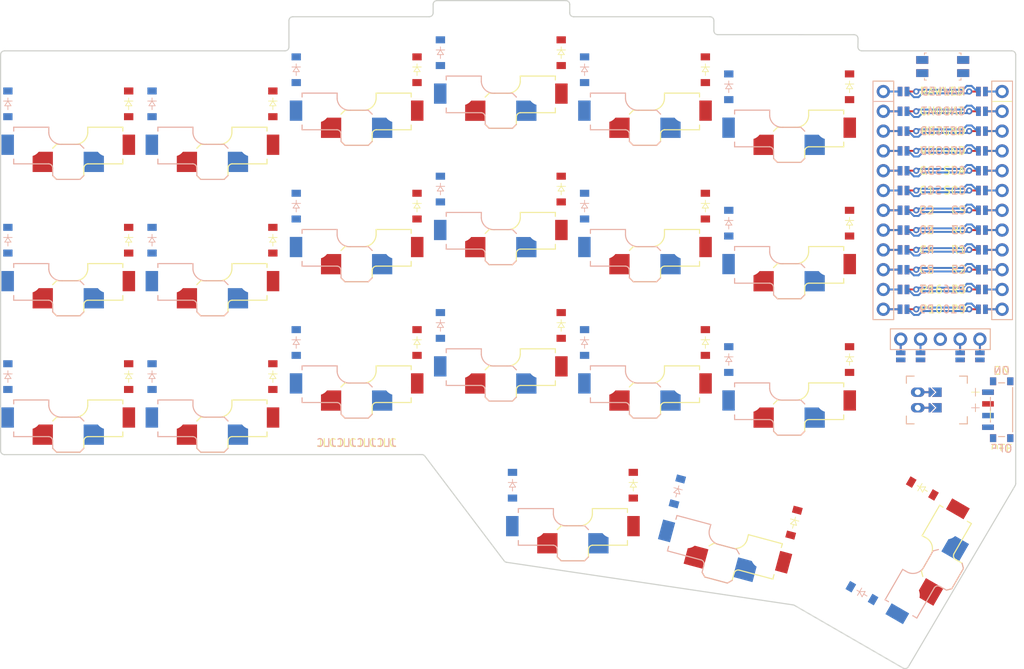
<source format=kicad_pcb>
(kicad_pcb (version 20240108) (generator "ergogen") (generator_version "4.1.0")
  (title_block (title "corney_island_wireless") (date "2025-03-05") (rev "0.2") (company "ceoloide"))
  (layers (0 "F.Cu" signal) (31 "B.Cu" signal) (34 "B.Paste" user) (35 "F.Paste" user) (36 "B.SilkS" user "B.Silkscreen") (37 "F.SilkS" user "F.Silkscreen") (38 "B.Mask" user) (39 "F.Mask" user) (44 "Edge.Cuts" user))
  (net 0 "")
  (net 1 "C0")
  (net 2 "outer_bottom_B")
  (net 3 "GND")
  (net 4 "D1")
  (net 5 "D2")
  (net 6 "outer_home_B")
  (net 7 "outer_top_B")
  (net 8 "C1")
  (net 9 "pinky_bottom_B")
  (net 10 "pinky_home_B")
  (net 11 "pinky_top_B")
  (net 12 "C2")
  (net 13 "ring_bottom_B")
  (net 14 "ring_home_B")
  (net 15 "ring_top_B")
  (net 16 "C3")
  (net 17 "middle_bottom_B")
  (net 18 "middle_home_B")
  (net 19 "middle_top_B")
  (net 20 "C4")
  (net 21 "index_bottom_B")
  (net 22 "index_home_B")
  (net 23 "index_top_B")
  (net 24 "C5")
  (net 25 "inner_bottom_B")
  (net 26 "inner_home_B")
  (net 27 "inner_top_B")
  (net 28 "near_home_B")
  (net 29 "mid_home_B")
  (net 30 "far_home_B")
  (net 31 "R2")
  (net 32 "R1")
  (net 33 "R0")
  (net 34 "R3")
  (net 35 "outer_bottom_F")
  (net 36 "outer_home_F")
  (net 37 "outer_top_F")
  (net 38 "pinky_bottom_F")
  (net 39 "pinky_home_F")
  (net 40 "pinky_top_F")
  (net 41 "ring_bottom_F")
  (net 42 "ring_home_F")
  (net 43 "ring_top_F")
  (net 44 "middle_bottom_F")
  (net 45 "middle_home_F")
  (net 46 "middle_top_F")
  (net 47 "index_bottom_F")
  (net 48 "index_home_F")
  (net 49 "index_top_F")
  (net 50 "inner_bottom_F")
  (net 51 "inner_home_F")
  (net 52 "inner_top_F")
  (net 53 "near_home_F")
  (net 54 "mid_home_F")
  (net 55 "far_home_F")
  (net 56 "RAW")
  (net 57 "RST")
  (net 58 "VCC")
  (net 59 "P16")
  (net 60 "P10")
  (net 61 "LED")
  (net 62 "DAT")
  (net 63 "SDA")
  (net 64 "SCL")
  (net 65 "CS")
  (net 66 "P9")
  (net 67 "P101")
  (net 68 "P102")
  (net 69 "P107")
  (net 70 "MCU1_24")
  (net 71 "MCU1_1")
  (net 72 "MCU1_23")
  (net 73 "MCU1_2")
  (net 74 "MCU1_22")
  (net 75 "MCU1_3")
  (net 76 "MCU1_21")
  (net 77 "MCU1_4")
  (net 78 "MCU1_20")
  (net 79 "MCU1_5")
  (net 80 "MCU1_19")
  (net 81 "MCU1_6")
  (net 82 "MCU1_18")
  (net 83 "MCU1_7")
  (net 84 "MCU1_17")
  (net 85 "MCU1_8")
  (net 86 "MCU1_16")
  (net 87 "MCU1_9")
  (net 88 "MCU1_15")
  (net 89 "MCU1_10")
  (net 90 "MCU1_14")
  (net 91 "MCU1_11")
  (net 92 "MCU1_13")
  (net 93 "MCU1_12")
  (net 94 "DISP1_1")
  (net 95 "DISP1_2")
  (net 96 "DISP1_4")
  (net 97 "DISP1_5")
  (net 98 "BAT_P")
  (net 99 "JST1_1")
  (net 100 "JST1_2")
  (footprint "ceoloide:mounting_hole_npth" (layer "F.Cu") (at 204.927 100.4385 0)
    (property "Reference" "MH1" hide)
  )
  (footprint "ceoloide:mounting_hole_npth" (layer "F.Cu") (at 218.969 108.8825 0)
    (property "Reference" "MH2" hide)
  )
  (footprint "ceoloide:mounting_hole_npth" (layer "F.Cu") (at 109.25 73.75 0)
    (property "Reference" "MH3" hide)
  )
  (footprint "ceoloide:mounting_hole_npth" (layer "F.Cu") (at 109.25 91.25 0)
    (property "Reference" "MH4" hide)
  )
  (footprint "ceoloide:mounting_hole_npth" (layer "F.Cu") (at 183.218 70.4235 0)
    (property "Reference" "MH5" hide)
  )
  (footprint "ceoloide:mounting_hole_npth" (layer "F.Cu") (at 151.157 107.365 0)
    (property "Reference" "MH6" hide)
  )
  (footprint "ceoloide:mounting_hole_npth" (layer "F.Cu") (at 197.1576078 114.6317481 60)
    (property "Reference" "MH7" hide)
  )
  (footprint "ceoloide:switch_choc_v1_v2" (layer "B.Cu") (at 100 100 180)
    (property "Reference" "S1" hide)
  )
  (footprint "ceoloide:switch_choc_v1_v2" (layer "B.Cu") (at 100 82.5 180)
    (property "Reference" "S2" hide)
  )
  (footprint "ceoloide:switch_choc_v1_v2" (layer "B.Cu") (at 100 65 180)
    (property "Reference" "S3" hide)
  )
  (footprint "ceoloide:switch_choc_v1_v2" (layer "B.Cu") (at 118.5 100 180)
    (property "Reference" "S4" hide)
  )
  (footprint "ceoloide:switch_choc_v1_v2" (layer "B.Cu") (at 118.5 82.5 180)
    (property "Reference" "S5" hide)
  )
  (footprint "ceoloide:switch_choc_v1_v2" (layer "B.Cu") (at 118.5 65 180)
    (property "Reference" "S6" hide)
  )
  (footprint "ceoloide:switch_choc_v1_v2" (layer "B.Cu") (at 137 95.625 180)
    (property "Reference" "S7" hide)
  )
  (footprint "ceoloide:switch_choc_v1_v2" (layer "B.Cu") (at 137 78.125 180)
    (property "Reference" "S8" hide)
  )
  (footprint "ceoloide:switch_choc_v1_v2" (layer "B.Cu") (at 137 60.625 180)
    (property "Reference" "S9" hide)
  )
  (footprint "ceoloide:switch_choc_v1_v2" (layer "B.Cu") (at 155.5 93.4375 180)
    (property "Reference" "S10" hide)
  )
  (footprint "ceoloide:switch_choc_v1_v2" (layer "B.Cu") (at 155.5 75.9375 180)
    (property "Reference" "S11" hide)
  )
  (footprint "ceoloide:switch_choc_v1_v2" (layer "B.Cu") (at 155.5 58.4375 180)
    (property "Reference" "S12" hide)
  )
  (footprint "ceoloide:switch_choc_v1_v2" (layer "B.Cu") (at 174 95.625 180)
    (property "Reference" "S13" hide)
  )
  (footprint "ceoloide:switch_choc_v1_v2" (layer "B.Cu") (at 174 78.125 180)
    (property "Reference" "S14" hide)
  )
  (footprint "ceoloide:switch_choc_v1_v2" (layer "B.Cu") (at 174 60.625 180)
    (property "Reference" "S15" hide)
  )
  (footprint "ceoloide:switch_choc_v1_v2" (layer "B.Cu") (at 192.5 97.8125 180)
    (property "Reference" "S16" hide)
  )
  (footprint "ceoloide:switch_choc_v1_v2" (layer "B.Cu") (at 192.5 80.3125 180)
    (property "Reference" "S17" hide)
  )
  (footprint "ceoloide:switch_choc_v1_v2" (layer "B.Cu") (at 192.5 62.8125 180)
    (property "Reference" "S18" hide)
  )
  (footprint "ceoloide:switch_choc_v1_v2" (layer "B.Cu") (at 164.75 113.9375 180)
    (property "Reference" "S19" hide)
  )
  (footprint "ceoloide:switch_choc_v1_v2" (layer "B.Cu") (at 185.25 116.6875 165)
    (property "Reference" "S20" hide)
  )
  (footprint "ceoloide:switch_choc_v1_v2" (layer "B.Cu") (at 207.0138429 120.3222481 240)
    (property "Reference" "S21" hide)
  )
  (footprint "ceoloide:diode_tht_sod123" (layer "B.Cu") (at 92.25 98.5 -90)
    (property "Reference" "D1" hide)
  )
  (footprint "ceoloide:diode_tht_sod123" (layer "B.Cu") (at 92.25 81 -90)
    (property "Reference" "D2" hide)
  )
  (footprint "ceoloide:diode_tht_sod123" (layer "B.Cu") (at 92.25 63.5 -90)
    (property "Reference" "D3" hide)
  )
  (footprint "ceoloide:diode_tht_sod123" (layer "B.Cu") (at 110.75 98.5 -90)
    (property "Reference" "D4" hide)
  )
  (footprint "ceoloide:diode_tht_sod123" (layer "B.Cu") (at 110.75 81 -90)
    (property "Reference" "D5" hide)
  )
  (footprint "ceoloide:diode_tht_sod123" (layer "B.Cu") (at 110.75 63.5 -90)
    (property "Reference" "D6" hide)
  )
  (footprint "ceoloide:diode_tht_sod123" (layer "B.Cu") (at 129.25 94.125 -90)
    (property "Reference" "D7" hide)
  )
  (footprint "ceoloide:diode_tht_sod123" (layer "B.Cu") (at 129.25 76.625 -90)
    (property "Reference" "D8" hide)
  )
  (footprint "ceoloide:diode_tht_sod123" (layer "B.Cu") (at 129.25 59.125 -90)
    (property "Reference" "D9" hide)
  )
  (footprint "ceoloide:diode_tht_sod123" (layer "B.Cu") (at 147.75 91.9375 -90)
    (property "Reference" "D10" hide)
  )
  (footprint "ceoloide:diode_tht_sod123" (layer "B.Cu") (at 147.75 74.4375 -90)
    (property "Reference" "D11" hide)
  )
  (footprint "ceoloide:diode_tht_sod123" (layer "B.Cu") (at 147.75 56.9375 -90)
    (property "Reference" "D12" hide)
  )
  (footprint "ceoloide:diode_tht_sod123" (layer "B.Cu") (at 166.25 94.125 -90)
    (property "Reference" "D13" hide)
  )
  (footprint "ceoloide:diode_tht_sod123" (layer "B.Cu") (at 166.25 76.625 -90)
    (property "Reference" "D14" hide)
  )
  (footprint "ceoloide:diode_tht_sod123" (layer "B.Cu") (at 166.25 59.125 -90)
    (property "Reference" "D15" hide)
  )
  (footprint "ceoloide:diode_tht_sod123" (layer "B.Cu") (at 184.75 96.3125 -90)
    (property "Reference" "D16" hide)
  )
  (footprint "ceoloide:diode_tht_sod123" (layer "B.Cu") (at 184.75 78.8125 -90)
    (property "Reference" "D17" hide)
  )
  (footprint "ceoloide:diode_tht_sod123" (layer "B.Cu") (at 184.75 61.3125 -90)
    (property "Reference" "D18" hide)
  )
  (footprint "ceoloide:diode_tht_sod123" (layer "B.Cu") (at 157 112.4375 -90)
    (property "Reference" "D19" hide)
  )
  (footprint "ceoloide:diode_tht_sod123" (layer "B.Cu") (at 178.1523034 113.2327637 -105)
    (property "Reference" "D20" hide)
  )
  (footprint "ceoloide:diode_tht_sod123" (layer "B.Cu") (at 201.8398048 126.28394499999999 -30)
    (property "Reference" "D21" hide)
  )
  (footprint "ceoloide:switch_choc_v1_v2" (layer "F.Cu") (at 100 100 180)
    (property "Reference" "S22" hide)
  )
  (footprint "ceoloide:switch_choc_v1_v2" (layer "F.Cu") (at 100 82.5 180)
    (property "Reference" "S23" hide)
  )
  (footprint "ceoloide:switch_choc_v1_v2" (layer "F.Cu") (at 100 65 180)
    (property "Reference" "S24" hide)
  )
  (footprint "ceoloide:switch_choc_v1_v2" (layer "F.Cu") (at 118.5 100 180)
    (property "Reference" "S25" hide)
  )
  (footprint "ceoloide:switch_choc_v1_v2" (layer "F.Cu") (at 118.5 82.5 180)
    (property "Reference" "S26" hide)
  )
  (footprint "ceoloide:switch_choc_v1_v2" (layer "F.Cu") (at 118.5 65 180)
    (property "Reference" "S27" hide)
  )
  (footprint "ceoloide:switch_choc_v1_v2" (layer "F.Cu") (at 137 95.625 180)
    (property "Reference" "S28" hide)
  )
  (footprint "ceoloide:switch_choc_v1_v2" (layer "F.Cu") (at 137 78.125 180)
    (property "Reference" "S29" hide)
  )
  (footprint "ceoloide:switch_choc_v1_v2" (layer "F.Cu") (at 137 60.625 180)
    (property "Reference" "S30" hide)
  )
  (footprint "ceoloide:switch_choc_v1_v2" (layer "F.Cu") (at 155.5 93.4375 180)
    (property "Reference" "S31" hide)
  )
  (footprint "ceoloide:switch_choc_v1_v2" (layer "F.Cu") (at 155.5 75.9375 180)
    (property "Reference" "S32" hide)
  )
  (footprint "ceoloide:switch_choc_v1_v2" (layer "F.Cu") (at 155.5 58.4375 180)
    (property "Reference" "S33" hide)
  )
  (footprint "ceoloide:switch_choc_v1_v2" (layer "F.Cu") (at 174 95.625 180)
    (property "Reference" "S34" hide)
  )
  (footprint "ceoloide:switch_choc_v1_v2" (layer "F.Cu") (at 174 78.125 180)
    (property "Reference" "S35" hide)
  )
  (footprint "ceoloide:switch_choc_v1_v2" (layer "F.Cu") (at 174 60.625 180)
    (property "Reference" "S36" hide)
  )
  (footprint "ceoloide:switch_choc_v1_v2" (layer "F.Cu") (at 192.5 97.8125 180)
    (property "Reference" "S37" hide)
  )
  (footprint "ceoloide:switch_choc_v1_v2" (layer "F.Cu") (at 192.5 80.3125 180)
    (property "Reference" "S38" hide)
  )
  (footprint "ceoloide:switch_choc_v1_v2" (layer "F.Cu") (at 192.5 62.8125 180)
    (property "Reference" "S39" hide)
  )
  (footprint "ceoloide:switch_choc_v1_v2" (layer "F.Cu") (at 164.75 113.9375 180)
    (property "Reference" "S40" hide)
  )
  (footprint "ceoloide:switch_choc_v1_v2" (layer "F.Cu") (at 185.25 116.6875 165)
    (property "Reference" "S41" hide)
  )
  (footprint "ceoloide:switch_choc_v1_v2" (layer "F.Cu") (at 207.0138429 120.3222481 240)
    (property "Reference" "S42" hide)
  )
  (footprint "ceoloide:diode_tht_sod123" (layer "F.Cu") (at 107.75 98.5 -90)
    (property "Reference" "D22" hide)
  )
  (footprint "ceoloide:diode_tht_sod123" (layer "F.Cu") (at 107.75 81 -90)
    (property "Reference" "D23" hide)
  )
  (footprint "ceoloide:diode_tht_sod123" (layer "F.Cu") (at 107.75 63.5 -90)
    (property "Reference" "D24" hide)
  )
  (footprint "ceoloide:diode_tht_sod123" (layer "F.Cu") (at 126.25 98.5 -90)
    (property "Reference" "D25" hide)
  )
  (footprint "ceoloide:diode_tht_sod123" (layer "F.Cu") (at 126.25 81 -90)
    (property "Reference" "D26" hide)
  )
  (footprint "ceoloide:diode_tht_sod123" (layer "F.Cu") (at 126.25 63.5 -90)
    (property "Reference" "D27" hide)
  )
  (footprint "ceoloide:diode_tht_sod123" (layer "F.Cu") (at 144.75 94.125 -90)
    (property "Reference" "D28" hide)
  )
  (footprint "ceoloide:diode_tht_sod123" (layer "F.Cu") (at 144.75 76.625 -90)
    (property "Reference" "D29" hide)
  )
  (footprint "ceoloide:diode_tht_sod123" (layer "F.Cu") (at 144.75 59.125 -90)
    (property "Reference" "D30" hide)
  )
  (footprint "ceoloide:diode_tht_sod123" (layer "F.Cu") (at 163.25 91.9375 -90)
    (property "Reference" "D31" hide)
  )
  (footprint "ceoloide:diode_tht_sod123" (layer "F.Cu") (at 163.25 74.4375 -90)
    (property "Reference" "D32" hide)
  )
  (footprint "ceoloide:diode_tht_sod123" (layer "F.Cu") (at 163.25 56.9375 -90)
    (property "Reference" "D33" hide)
  )
  (footprint "ceoloide:diode_tht_sod123" (layer "F.Cu") (at 181.75 94.125 -90)
    (property "Reference" "D34" hide)
  )
  (footprint "ceoloide:diode_tht_sod123" (layer "F.Cu") (at 181.75 76.625 -90)
    (property "Reference" "D35" hide)
  )
  (footprint "ceoloide:diode_tht_sod123" (layer "F.Cu") (at 181.75 59.125 -90)
    (property "Reference" "D36" hide)
  )
  (footprint "ceoloide:diode_tht_sod123" (layer "F.Cu") (at 200.25 96.3125 -90)
    (property "Reference" "D37" hide)
  )
  (footprint "ceoloide:diode_tht_sod123" (layer "F.Cu") (at 200.25 78.8125 -90)
    (property "Reference" "D38" hide)
  )
  (footprint "ceoloide:diode_tht_sod123" (layer "F.Cu") (at 200.25 61.3125 -90)
    (property "Reference" "D39" hide)
  )
  (footprint "ceoloide:diode_tht_sod123" (layer "F.Cu") (at 172.5 112.4375 -90)
    (property "Reference" "D40" hide)
  )
  (footprint "ceoloide:diode_tht_sod123" (layer "F.Cu") (at 193.1241537 117.2444589 -105)
    (property "Reference" "D41" hide)
  )
  (footprint "ceoloide:diode_tht_sod123" (layer "F.Cu") (at 209.5898048 112.8605512 -30)
    (property "Reference" "D42" hide)
  )
  (footprint "ceoloide:mcu_nice_nano" (layer "F.Cu") (at 212.204 74.62 0)
    (property "Reference" "MCU1" hide)
  )
  (segment (start 216.78400000000002 61.92) (end 215.604 61.92) (width 0.25) (layer "F.Cu"))
  (segment (start 207.624 61.92) (end 208.804 61.92) (width 0.25) (layer "F.Cu"))
  (segment (start 204.584 61.92) (end 206.704 61.92) (width 0.25) (layer "F.Cu"))
  (segment (start 204.584 61.92) (end 206.704 61.92) (width 0.25) (layer "B.Cu"))
  (segment (start 217.704 61.92) (end 219.824 61.92) (width 0.25) (layer "F.Cu"))
  (segment (start 219.824 61.92) (end 217.704 61.92) (width 0.25) (layer "B.Cu"))
  (segment (start 209.59930500000002 62.150000000000006) (end 215.374 62.150000000000006) (width 0.25) (layer "B.Cu"))
  (segment (start 207.429 61.92) (end 207.778695 61.92) (width 0.25) (layer "B.Cu"))
  (segment (start 208.503695 62.645) (end 209.104305 62.645) (width 0.25) (layer "B.Cu"))
  (segment (start 207.778695 61.92) (end 208.503695 62.645) (width 0.25) (layer "B.Cu"))
  (segment (start 209.104305 62.645) (end 209.59930500000002 62.150000000000006) (width 0.25) (layer "B.Cu"))
  (segment (start 216.979 61.92) (end 216.62930500000002 61.92) (width 0.25) (layer "B.Cu"))
  (segment (start 214.798695 61.7) (end 209.024 61.7) (width 0.25) (layer "B.Cu"))
  (segment (start 216.62930500000002 61.92) (end 215.90430500000002 61.19500000000001) (width 0.25) (layer "B.Cu"))
  (segment (start 215.90430500000002 61.19500000000001) (end 215.303695 61.19500000000001) (width 0.25) (layer "B.Cu"))
  (segment (start 215.303695 61.19500000000001) (end 214.798695 61.7) (width 0.25) (layer "B.Cu"))
  (segment (start 216.78400000000002 64.46000000000001) (end 215.604 64.46000000000001) (width 0.25) (layer "F.Cu"))
  (segment (start 207.624 64.46000000000001) (end 208.804 64.46000000000001) (width 0.25) (layer "F.Cu"))
  (segment (start 204.584 64.46000000000001) (end 206.704 64.46000000000001) (width 0.25) (layer "F.Cu"))
  (segment (start 204.584 64.46000000000001) (end 206.704 64.46000000000001) (width 0.25) (layer "B.Cu"))
  (segment (start 217.704 64.46000000000001) (end 219.824 64.46000000000001) (width 0.25) (layer "F.Cu"))
  (segment (start 219.824 64.46000000000001) (end 217.704 64.46000000000001) (width 0.25) (layer "B.Cu"))
  (segment (start 209.59930500000002 64.69) (end 215.374 64.69) (width 0.25) (layer "B.Cu"))
  (segment (start 207.429 64.46000000000001) (end 207.778695 64.46000000000001) (width 0.25) (layer "B.Cu"))
  (segment (start 208.503695 65.185) (end 209.104305 65.185) (width 0.25) (layer "B.Cu"))
  (segment (start 207.778695 64.46000000000001) (end 208.503695 65.185) (width 0.25) (layer "B.Cu"))
  (segment (start 209.104305 65.185) (end 209.59930500000002 64.69) (width 0.25) (layer "B.Cu"))
  (segment (start 216.979 64.46000000000001) (end 216.62930500000002 64.46000000000001) (width 0.25) (layer "B.Cu"))
  (segment (start 214.798695 64.24000000000001) (end 209.024 64.24000000000001) (width 0.25) (layer "B.Cu"))
  (segment (start 216.62930500000002 64.46000000000001) (end 215.90430500000002 63.73500000000001) (width 0.25) (layer "B.Cu"))
  (segment (start 215.90430500000002 63.73500000000001) (end 215.303695 63.73500000000001) (width 0.25) (layer "B.Cu"))
  (segment (start 215.303695 63.73500000000001) (end 214.798695 64.24000000000001) (width 0.25) (layer "B.Cu"))
  (segment (start 216.78400000000002 67) (end 215.604 67) (width 0.25) (layer "F.Cu"))
  (segment (start 207.624 67) (end 208.804 67) (width 0.25) (layer "F.Cu"))
  (segment (start 204.584 67) (end 206.704 67) (width 0.25) (layer "F.Cu"))
  (segment (start 204.584 67) (end 206.704 67) (width 0.25) (layer "B.Cu"))
  (segment (start 217.704 67) (end 219.824 67) (width 0.25) (layer "F.Cu"))
  (segment (start 219.824 67) (end 217.704 67) (width 0.25) (layer "B.Cu"))
  (segment (start 209.59930500000002 67.23) (end 215.374 67.23) (width 0.25) (layer "B.Cu"))
  (segment (start 207.429 67) (end 207.778695 67) (width 0.25) (layer "B.Cu"))
  (segment (start 208.503695 67.72500000000001) (end 209.104305 67.72500000000001) (width 0.25) (layer "B.Cu"))
  (segment (start 207.778695 67) (end 208.503695 67.72500000000001) (width 0.25) (layer "B.Cu"))
  (segment (start 209.104305 67.72500000000001) (end 209.59930500000002 67.23) (width 0.25) (layer "B.Cu"))
  (segment (start 216.979 67) (end 216.62930500000002 67) (width 0.25) (layer "B.Cu"))
  (segment (start 214.798695 66.78) (end 209.024 66.78) (width 0.25) (layer "B.Cu"))
  (segment (start 216.62930500000002 67) (end 215.90430500000002 66.275) (width 0.25) (layer "B.Cu"))
  (segment (start 215.90430500000002 66.275) (end 215.303695 66.275) (width 0.25) (layer "B.Cu"))
  (segment (start 215.303695 66.275) (end 214.798695 66.78) (width 0.25) (layer "B.Cu"))
  (segment (start 216.78400000000002 69.54) (end 215.604 69.54) (width 0.25) (layer "F.Cu"))
  (segment (start 207.624 69.54) (end 208.804 69.54) (width 0.25) (layer "F.Cu"))
  (segment (start 204.584 69.54) (end 206.704 69.54) (width 0.25) (layer "F.Cu"))
  (segment (start 204.584 69.54) (end 206.704 69.54) (width 0.25) (layer "B.Cu"))
  (segment (start 217.704 69.54) (end 219.824 69.54) (width 0.25) (layer "F.Cu"))
  (segment (start 219.824 69.54) (end 217.704 69.54) (width 0.25) (layer "B.Cu"))
  (segment (start 209.59930500000002 69.77000000000001) (end 215.374 69.77000000000001) (width 0.25) (layer "B.Cu"))
  (segment (start 207.429 69.54) (end 207.778695 69.54) (width 0.25) (layer "B.Cu"))
  (segment (start 208.503695 70.265) (end 209.104305 70.265) (width 0.25) (layer "B.Cu"))
  (segment (start 207.778695 69.54) (end 208.503695 70.265) (width 0.25) (layer "B.Cu"))
  (segment (start 209.104305 70.265) (end 209.59930500000002 69.77000000000001) (width 0.25) (layer "B.Cu"))
  (segment (start 216.979 69.54) (end 216.62930500000002 69.54) (width 0.25) (layer "B.Cu"))
  (segment (start 214.798695 69.32000000000001) (end 209.024 69.32000000000001) (width 0.25) (layer "B.Cu"))
  (segment (start 216.62930500000002 69.54) (end 215.90430500000002 68.815) (width 0.25) (layer "B.Cu"))
  (segment (start 215.90430500000002 68.815) (end 215.303695 68.815) (width 0.25) (layer "B.Cu"))
  (segment (start 215.303695 68.815) (end 214.798695 69.32000000000001) (width 0.25) (layer "B.Cu"))
  (segment (start 216.78400000000002 72.08) (end 215.604 72.08) (width 0.25) (layer "F.Cu"))
  (segment (start 207.624 72.08) (end 208.804 72.08) (width 0.25) (layer "F.Cu"))
  (segment (start 204.584 72.08) (end 206.704 72.08) (width 0.25) (layer "F.Cu"))
  (segment (start 204.584 72.08) (end 206.704 72.08) (width 0.25) (layer "B.Cu"))
  (segment (start 217.704 72.08) (end 219.824 72.08) (width 0.25) (layer "F.Cu"))
  (segment (start 219.824 72.08) (end 217.704 72.08) (width 0.25) (layer "B.Cu"))
  (segment (start 209.59930500000002 72.31) (end 215.374 72.31) (width 0.25) (layer "B.Cu"))
  (segment (start 207.429 72.08) (end 207.778695 72.08) (width 0.25) (layer "B.Cu"))
  (segment (start 208.503695 72.805) (end 209.104305 72.805) (width 0.25) (layer "B.Cu"))
  (segment (start 207.778695 72.08) (end 208.503695 72.805) (width 0.25) (layer "B.Cu"))
  (segment (start 209.104305 72.805) (end 209.59930500000002 72.31) (width 0.25) (layer "B.Cu"))
  (segment (start 216.979 72.08) (end 216.62930500000002 72.08) (width 0.25) (layer "B.Cu"))
  (segment (start 214.798695 71.86) (end 209.024 71.86) (width 0.25) (layer "B.Cu"))
  (segment (start 216.62930500000002 72.08) (end 215.90430500000002 71.355) (width 0.25) (layer "B.Cu"))
  (segment (start 215.90430500000002 71.355) (end 215.303695 71.355) (width 0.25) (layer "B.Cu"))
  (segment (start 215.303695 71.355) (end 214.798695 71.86) (width 0.25) (layer "B.Cu"))
  (segment (start 216.78400000000002 74.62) (end 215.604 74.62) (width 0.25) (layer "F.Cu"))
  (segment (start 207.624 74.62) (end 208.804 74.62) (width 0.25) (layer "F.Cu"))
  (segment (start 204.584 74.62) (end 206.704 74.62) (width 0.25) (layer "F.Cu"))
  (segment (start 204.584 74.62) (end 206.704 74.62) (width 0.25) (layer "B.Cu"))
  (segment (start 217.704 74.62) (end 219.824 74.62) (width 0.25) (layer "F.Cu"))
  (segment (start 219.824 74.62) (end 217.704 74.62) (width 0.25) (layer "B.Cu"))
  (segment (start 209.59930500000002 74.85000000000001) (end 215.374 74.85000000000001) (width 0.25) (layer "B.Cu"))
  (segment (start 207.429 74.62) (end 207.778695 74.62) (width 0.25) (layer "B.Cu"))
  (segment (start 208.503695 75.345) (end 209.104305 75.345) (width 0.25) (layer "B.Cu"))
  (segment (start 207.778695 74.62) (end 208.503695 75.345) (width 0.25) (layer "B.Cu"))
  (segment (start 209.104305 75.345) (end 209.59930500000002 74.85000000000001) (width 0.25) (layer "B.Cu"))
  (segment (start 216.979 74.62) (end 216.62930500000002 74.62) (width 0.25) (layer "B.Cu"))
  (segment (start 214.798695 74.4) (end 209.024 74.4) (width 0.25) (layer "B.Cu"))
  (segment (start 216.62930500000002 74.62) (end 215.90430500000002 73.89500000000001) (width 0.25) (layer "B.Cu"))
  (segment (start 215.90430500000002 73.89500000000001) (end 215.303695 73.89500000000001) (width 0.25) (layer "B.Cu"))
  (segment (start 215.303695 73.89500000000001) (end 214.798695 74.4) (width 0.25) (layer "B.Cu"))
  (segment (start 216.78400000000002 77.16000000000001) (end 215.604 77.16000000000001) (width 0.25) (layer "F.Cu"))
  (segment (start 207.624 77.16000000000001) (end 208.804 77.16000000000001) (width 0.25) (layer "F.Cu"))
  (segment (start 204.584 77.16000000000001) (end 206.704 77.16000000000001) (width 0.25) (layer "F.Cu"))
  (segment (start 204.584 77.16000000000001) (end 206.704 77.16000000000001) (width 0.25) (layer "B.Cu"))
  (segment (start 217.704 77.16000000000001) (end 219.824 77.16000000000001) (width 0.25) (layer "F.Cu"))
  (segment (start 219.824 77.16000000000001) (end 217.704 77.16000000000001) (width 0.25) (layer "B.Cu"))
  (segment (start 209.59930500000002 77.39) (end 215.374 77.39) (width 0.25) (layer "B.Cu"))
  (segment (start 207.429 77.16000000000001) (end 207.778695 77.16000000000001) (width 0.25) (layer "B.Cu"))
  (segment (start 208.503695 77.885) (end 209.104305 77.885) (width 0.25) (layer "B.Cu"))
  (segment (start 207.778695 77.16000000000001) (end 208.503695 77.885) (width 0.25) (layer "B.Cu"))
  (segment (start 209.104305 77.885) (end 209.59930500000002 77.39) (width 0.25) (layer "B.Cu"))
  (segment (start 216.979 77.16000000000001) (end 216.62930500000002 77.16000000000001) (width 0.25) (layer "B.Cu"))
  (segment (start 214.798695 76.94) (end 209.024 76.94) (width 0.25) (layer "B.Cu"))
  (segment (start 216.62930500000002 77.16000000000001) (end 215.90430500000002 76.435) (width 0.25) (layer "B.Cu"))
  (segment (start 215.90430500000002 76.435) (end 215.303695 76.435) (width 0.25) (layer "B.Cu"))
  (segment (start 215.303695 76.435) (end 214.798695 76.94) (width 0.25) (layer "B.Cu"))
  (segment (start 216.78400000000002 79.7) (end 215.604 79.7) (width 0.25) (layer "F.Cu"))
  (segment (start 207.624 79.7) (end 208.804 79.7) (width 0.25) (layer "F.Cu"))
  (segment (start 204.584 79.7) (end 206.704 79.7) (width 0.25) (layer "F.Cu"))
  (segment (start 204.584 79.7) (end 206.704 79.7) (width 0.25) (layer "B.Cu"))
  (segment (start 217.704 79.7) (end 219.824 79.7) (width 0.25) (layer "F.Cu"))
  (segment (start 219.824 79.7) (end 217.704 79.7) (width 0.25) (layer "B.Cu"))
  (segment (start 209.59930500000002 79.93) (end 215.374 79.93) (width 0.25) (layer "B.Cu"))
  (segment (start 207.429 79.7) (end 207.778695 79.7) (width 0.25) (layer "B.Cu"))
  (segment (start 208.503695 80.42500000000001) (end 209.104305 80.42500000000001) (width 0.25) (layer "B.Cu"))
  (segment (start 207.778695 79.7) (end 208.503695 80.42500000000001) (width 0.25) (layer "B.Cu"))
  (segment (start 209.104305 80.42500000000001) (end 209.59930500000002 79.93) (width 0.25) (layer "B.Cu"))
  (segment (start 216.979 79.7) (end 216.62930500000002 79.7) (width 0.25) (layer "B.Cu"))
  (segment (start 214.798695 79.48) (end 209.024 79.48) (width 0.25) (layer "B.Cu"))
  (segment (start 216.62930500000002 79.7) (end 215.90430500000002 78.97500000000001) (width 0.25) (layer "B.Cu"))
  (segment (start 215.90430500000002 78.97500000000001) (end 215.303695 78.97500000000001) (width 0.25) (layer "B.Cu"))
  (segment (start 215.303695 78.97500000000001) (end 214.798695 79.48) (width 0.25) (layer "B.Cu"))
  (segment (start 216.78400000000002 82.24000000000001) (end 215.604 82.24000000000001) (width 0.25) (layer "F.Cu"))
  (segment (start 207.624 82.24000000000001) (end 208.804 82.24000000000001) (width 0.25) (layer "F.Cu"))
  (segment (start 204.584 82.24000000000001) (end 206.704 82.24000000000001) (width 0.25) (layer "F.Cu"))
  (segment (start 204.584 82.24000000000001) (end 206.704 82.24000000000001) (width 0.25) (layer "B.Cu"))
  (segment (start 217.704 82.24000000000001) (end 219.824 82.24000000000001) (width 0.25) (layer "F.Cu"))
  (segment (start 219.824 82.24000000000001) (end 217.704 82.24000000000001) (width 0.25) (layer "B.Cu"))
  (segment (start 209.59930500000002 82.47) (end 215.374 82.47) (width 0.25) (layer "B.Cu"))
  (segment (start 207.429 82.24000000000001) (end 207.778695 82.24000000000001) (width 0.25) (layer "B.Cu"))
  (segment (start 208.503695 82.965) (end 209.104305 82.965) (width 0.25) (layer "B.Cu"))
  (segment (start 207.778695 82.24000000000001) (end 208.503695 82.965) (width 0.25) (layer "B.Cu"))
  (segment (start 209.104305 82.965) (end 209.59930500000002 82.47) (width 0.25) (layer "B.Cu"))
  (segment (start 216.979 82.24000000000001) (end 216.62930500000002 82.24000000000001) (width 0.25) (layer "B.Cu"))
  (segment (start 214.798695 82.02000000000001) (end 209.024 82.02000000000001) (width 0.25) (layer "B.Cu"))
  (segment (start 216.62930500000002 82.24000000000001) (end 215.90430500000002 81.515) (width 0.25) (layer "B.Cu"))
  (segment (start 215.90430500000002 81.515) (end 215.303695 81.515) (width 0.25) (layer "B.Cu"))
  (segment (start 215.303695 81.515) (end 214.798695 82.02000000000001) (width 0.25) (layer "B.Cu"))
  (segment (start 216.78400000000002 84.78) (end 215.604 84.78) (width 0.25) (layer "F.Cu"))
  (segment (start 207.624 84.78) (end 208.804 84.78) (width 0.25) (layer "F.Cu"))
  (segment (start 204.584 84.78) (end 206.704 84.78) (width 0.25) (layer "F.Cu"))
  (segment (start 204.584 84.78) (end 206.704 84.78) (width 0.25) (layer "B.Cu"))
  (segment (start 217.704 84.78) (end 219.824 84.78) (width 0.25) (layer "F.Cu"))
  (segment (start 219.824 84.78) (end 217.704 84.78) (width 0.25) (layer "B.Cu"))
  (segment (start 209.59930500000002 85.01) (end 215.374 85.01) (width 0.25) (layer "B.Cu"))
  (segment (start 207.429 84.78) (end 207.778695 84.78) (width 0.25) (layer "B.Cu"))
  (segment (start 208.503695 85.50500000000001) (end 209.104305 85.50500000000001) (width 0.25) (layer "B.Cu"))
  (segment (start 207.778695 84.78) (end 208.503695 85.50500000000001) (width 0.25) (layer "B.Cu"))
  (segment (start 209.104305 85.50500000000001) (end 209.59930500000002 85.01) (width 0.25) (layer "B.Cu"))
  (segment (start 216.979 84.78) (end 216.62930500000002 84.78) (width 0.25) (layer "B.Cu"))
  (segment (start 214.798695 84.56) (end 209.024 84.56) (width 0.25) (layer "B.Cu"))
  (segment (start 216.62930500000002 84.78) (end 215.90430500000002 84.055) (width 0.25) (layer "B.Cu"))
  (segment (start 215.90430500000002 84.055) (end 215.303695 84.055) (width 0.25) (layer "B.Cu"))
  (segment (start 215.303695 84.055) (end 214.798695 84.56) (width 0.25) (layer "B.Cu"))
  (segment (start 216.78400000000002 87.32000000000001) (end 215.604 87.32000000000001) (width 0.25) (layer "F.Cu"))
  (segment (start 207.624 87.32000000000001) (end 208.804 87.32000000000001) (width 0.25) (layer "F.Cu"))
  (segment (start 204.584 87.32000000000001) (end 206.704 87.32000000000001) (width 0.25) (layer "F.Cu"))
  (segment (start 204.584 87.32000000000001) (end 206.704 87.32000000000001) (width 0.25) (layer "B.Cu"))
  (segment (start 217.704 87.32000000000001) (end 219.824 87.32000000000001) (width 0.25) (layer "F.Cu"))
  (segment (start 219.824 87.32000000000001) (end 217.704 87.32000000000001) (width 0.25) (layer "B.Cu"))
  (segment (start 209.59930500000002 87.55000000000001) (end 215.374 87.55000000000001) (width 0.25) (layer "B.Cu"))
  (segment (start 207.429 87.32000000000001) (end 207.778695 87.32000000000001) (width 0.25) (layer "B.Cu"))
  (segment (start 208.503695 88.045) (end 209.104305 88.045) (width 0.25) (layer "B.Cu"))
  (segment (start 207.778695 87.32000000000001) (end 208.503695 88.045) (width 0.25) (layer "B.Cu"))
  (segment (start 209.104305 88.045) (end 209.59930500000002 87.55000000000001) (width 0.25) (layer "B.Cu"))
  (segment (start 216.979 87.32000000000001) (end 216.62930500000002 87.32000000000001) (width 0.25) (layer "B.Cu"))
  (segment (start 214.798695 87.10000000000001) (end 209.024 87.10000000000001) (width 0.25) (layer "B.Cu"))
  (segment (start 216.62930500000002 87.32000000000001) (end 215.90430500000002 86.595) (width 0.25) (layer "B.Cu"))
  (segment (start 215.90430500000002 86.595) (end 215.303695 86.595) (width 0.25) (layer "B.Cu"))
  (segment (start 215.303695 86.595) (end 214.798695 87.10000000000001) (width 0.25) (layer "B.Cu"))
  (segment (start 216.78400000000002 89.86) (end 215.604 89.86) (width 0.25) (layer "F.Cu"))
  (segment (start 207.624 89.86) (end 208.804 89.86) (width 0.25) (layer "F.Cu"))
  (segment (start 204.584 89.86) (end 206.704 89.86) (width 0.25) (layer "F.Cu"))
  (segment (start 204.584 89.86) (end 206.704 89.86) (width 0.25) (layer "B.Cu"))
  (segment (start 217.704 89.86) (end 219.824 89.86) (width 0.25) (layer "F.Cu"))
  (segment (start 219.824 89.86) (end 217.704 89.86) (width 0.25) (layer "B.Cu"))
  (segment (start 209.59930500000002 90.09) (end 215.374 90.09) (width 0.25) (layer "B.Cu"))
  (segment (start 207.429 89.86) (end 207.778695 89.86) (width 0.25) (layer "B.Cu"))
  (segment (start 208.503695 90.58500000000001) (end 209.104305 90.58500000000001) (width 0.25) (layer "B.Cu"))
  (segment (start 207.778695 89.86) (end 208.503695 90.58500000000001) (width 0.25) (layer "B.Cu"))
  (segment (start 209.104305 90.58500000000001) (end 209.59930500000002 90.09) (width 0.25) (layer "B.Cu"))
  (segment (start 216.979 89.86) (end 216.62930500000002 89.86) (width 0.25) (layer "B.Cu"))
  (segment (start 214.798695 89.64) (end 209.024 89.64) (width 0.25) (layer "B.Cu"))
  (segment (start 216.62930500000002 89.86) (end 215.90430500000002 89.135) (width 0.25) (layer "B.Cu"))
  (segment (start 215.90430500000002 89.135) (end 215.303695 89.135) (width 0.25) (layer "B.Cu"))
  (segment (start 215.303695 89.135) (end 214.798695 89.64) (width 0.25) (layer "B.Cu"))
  (gr_text "JLCJLCJLCJLC" (at 137 107 0) (layer "F.SilkS") (effects (font (size 1 1))))
  (gr_text "JLCJLCJLCJLC" (at 137 107 0) (layer "B.SilkS") (effects (font (size 1 1)) (justify mirror)))
  (footprint "ceoloide:display_nice_view" (layer F.Cu) (at 211.897 77 0)
    (property "Reference" "DISP1" hide)
  )
  (segment (start 206.81699999999998 93.7) (end 206.81699999999998 95.45) (width 0.25) (layer "F.Cu") (net 94))
  (segment (start 209.357 93.7) (end 209.357 95.45) (width 0.25) (layer "F.Cu") (net 95))
  (segment (start 214.43699999999998 93.7) (end 214.43699999999998 95.45) (width 0.25) (layer "F.Cu") (net 96))
  (segment (start 216.977 93.7) (end 216.977 95.45) (width 0.25) (layer "F.Cu") (net 97))
  (segment (start 206.81699999999998 93.7) (end 206.81699999999998 95.45) (width 0.25) (layer "B.Cu") (net 94))
  (segment (start 209.357 93.7) (end 209.357 95.45) (width 0.25) (layer "B.Cu") (net 95))
  (segment (start 214.43699999999998 93.7) (end 214.43699999999998 95.45) (width 0.25) (layer "B.Cu") (net 96))
  (segment (start 216.977 93.7) (end 216.977 95.45) (width 0.25) (layer "B.Cu") (net 97))
  (footprint "ceoloide:power_switch_smd_side" (layer "F.Cu") (at 219.75 102.75 0)
    (property "Reference" "PWR1" hide)
  )
  (footprint "ceoloide:reset_switch_smd_side" (layer "F.Cu") (at 212.204 58.7125 0)
    (property "Reference" "RST1" hide)
  )
  (footprint "ceoloide:battery_connector_jst_ph_2" (layer "F.Cu") (at 209 101.5 90)
    (property "Reference" "JST1" hide)
  )
  (segment (start 210.8 102.5) (end 209 102.5) (width 0.25) (layer "F.Cu") (net 99))
  (segment (start 210.8 102.5) (end 209 102.5) (width 0.25) (layer "B.Cu") (net 99))
  (segment (start 210.8 100.5) (end 209 100.5) (width 0.25) (layer "F.Cu") (net 100))
  (segment (start 210.8 100.5) (end 209 100.5) (width 0.25) (layer "B.Cu") (net 100))
  (gr_line (start 91.3169806967852 108.01245022052899) (end 91.31501930151654 57.20250578597188) (layer Edge.Cuts) (stroke (width 0.15)))
  (gr_line (start 91.81500580151655 56.70248648632969) (end 127.8150135 56.70151351314865) (layer Edge.Cuts) (stroke (width 0.15)))
  (gr_line (start 128.315 56.20151351314865) (end 128.315 52.8275) (layer Edge.Cuts) (stroke (width 0.15)))
  (gr_line (start 128.815 52.3275) (end 146.315 52.3275) (layer Edge.Cuts) (stroke (width 0.15)))
  (gr_line (start 146.815 51.8275) (end 146.815 50.7525) (layer Edge.Cuts) (stroke (width 0.15)))
  (gr_line (start 147.315 50.2525) (end 163.843 50.2525) (layer Edge.Cuts) (stroke (width 0.15)))
  (gr_line (start 164.343 50.7525) (end 164.343 51.8275) (layer Edge.Cuts) (stroke (width 0.15)))
  (gr_line (start 164.843 52.3275) (end 182.343 52.3275) (layer Edge.Cuts) (stroke (width 0.15)))
  (gr_line (start 182.843 52.8275) (end 182.843 54.12312159204324) (layer Edge.Cuts) (stroke (width 0.15)))
  (gr_line (start 183.34287840000002 54.62312159204324) (end 200.83706271163646 54.6273769341731) (layer Edge.Cuts) (stroke (width 0.15)))
  (gr_line (start 201.3369048122388 55.13340058417816) (end 201.32409667048205 56.1964763499891) (layer Edge.Cuts) (stroke (width 0.15)))
  (gr_line (start 221.25300000000001 112.909096) (end 207.79993278450186 135.72380412132617) (layer Edge.Cuts) (stroke (width 0.15)))
  (gr_line (start 207.11923530637847 135.90284898422607) (end 193.18492676181705 127.85787216841725) (layer Edge.Cuts) (stroke (width 0.15)))
  (gr_line (start 193.00846626181703 127.79632246841726) (end 156.24698128136555 122.33003382440126) (layer Edge.Cuts) (stroke (width 0.15)))
  (gr_line (start 155.92179036316273 122.137156700343) (end 145.75757383609294 108.70334908444572) (layer Edge.Cuts) (stroke (width 0.15)))
  (gr_line (start 145.35877436789013 108.50503436038055) (end 91.8170497467852 108.51243092026964) (layer Edge.Cuts) (stroke (width 0.15)))
  (gr_line (start 201.82406037108433 56.7025) (end 221.068 56.7025) (layer Edge.Cuts) (stroke (width 0.15)))
  (gr_line (start 221.568 57.2025) (end 221.568 112.22952540612954) (layer Edge.Cuts) (stroke (width 0.15)))
  (gr_line (start 221.50101270000002 112.47952540612948) (end 221.25300000000001 112.909096) (layer Edge.Cuts) (stroke (width 0.15)))
  (gr_arc (start 91.81500580151655 56.702486486174166) (mid 91.46145430151654 56.848944686174164) (end 91.31501930151654 57.202505786174164) (layer Edge.Cuts) (stroke (width 0.15)))
  (gr_arc (start 127.81501349999999 56.70151351314865) (mid 128.1685582 56.55506211314865) (end 128.315 56.20151351314865) (layer Edge.Cuts) (stroke (width 0.15)))
  (gr_arc (start 128.815 52.3275) (mid 128.4614466 52.4739466) (end 128.315 52.8275) (layer Edge.Cuts) (stroke (width 0.15)))
  (gr_arc (start 146.315 52.3275) (mid 146.6685534 52.1810534) (end 146.815 51.8275) (layer Edge.Cuts) (stroke (width 0.15)))
  (gr_arc (start 147.315 50.2525) (mid 146.9614466 50.398946599999995) (end 146.815 50.7525) (layer Edge.Cuts) (stroke (width 0.15)))
  (gr_arc (start 164.343 50.7525) (mid 164.1965534 50.398946599999995) (end 163.843 50.2525) (layer Edge.Cuts) (stroke (width 0.15)))
  (gr_arc (start 164.343 51.8275) (mid 164.48944659999998 52.1810534) (end 164.843 52.3275) (layer Edge.Cuts) (stroke (width 0.15)))
  (gr_arc (start 182.843 52.8275) (mid 182.6965534 52.4739466) (end 182.343 52.3275) (layer Edge.Cuts) (stroke (width 0.15)))
  (gr_arc (start 182.843 54.12312159204324) (mid 182.9894036 54.47663199204324) (end 183.3428784 54.62312159204324) (layer Edge.Cuts) (stroke (width 0.15)))
  (gr_arc (start 201.33690481163643 55.1334006341731) (mid 201.19266061163643 54.7760029341731) (end 200.83706271163643 54.6273769341731) (layer Edge.Cuts) (stroke (width 0.15)))
  (gr_arc (start 201.32409667108433 56.19647629999942) (mid 201.46838367108433 56.55391719999942) (end 201.82406037108433 56.70249999999942) (layer Edge.Cuts) (stroke (width 0.15)))
  (gr_arc (start 221.568 57.2025) (mid 221.42155340000002 56.8489466) (end 221.068 56.7025) (layer Edge.Cuts) (stroke (width 0.15)))
  (gr_arc (start 221.50101270000002 112.47952540612954) (mid 221.5509629 112.35893490612953) (end 221.568 112.22952540612954) (layer Edge.Cuts) (stroke (width 0.15)))
  (gr_arc (start 207.11923530637847 135.90284898422607) (mid 207.49642480637846 135.95338858422608) (end 207.79993280637848 135.72380408422606) (layer Edge.Cuts) (stroke (width 0.15)))
  (gr_arc (start 193.18492676181705 127.85787216841726) (mid 193.09959776181705 127.81877956841727) (end 193.00846626181706 127.79632246841726) (layer Edge.Cuts) (stroke (width 0.15)))
  (gr_arc (start 155.92179028136556 122.13715672440125) (mid 156.06545188136556 122.26551782440124) (end 156.24698128136555 122.33003382440126) (layer Edge.Cuts) (stroke (width 0.15)))
  (gr_arc (start 145.7575739178901 108.70334906038748) (mid 145.5814752178901 108.55733456038749) (end 145.35877441789012 108.50503436038748) (layer Edge.Cuts) (stroke (width 0.15)))
  (gr_arc (start 91.3169806967852 108.01245022026274) (mid 91.4634584967852 108.36601552026274) (end 91.81704969678519 108.51243092026273) (layer Edge.Cuts) (stroke (width 0.15)))
)
</source>
